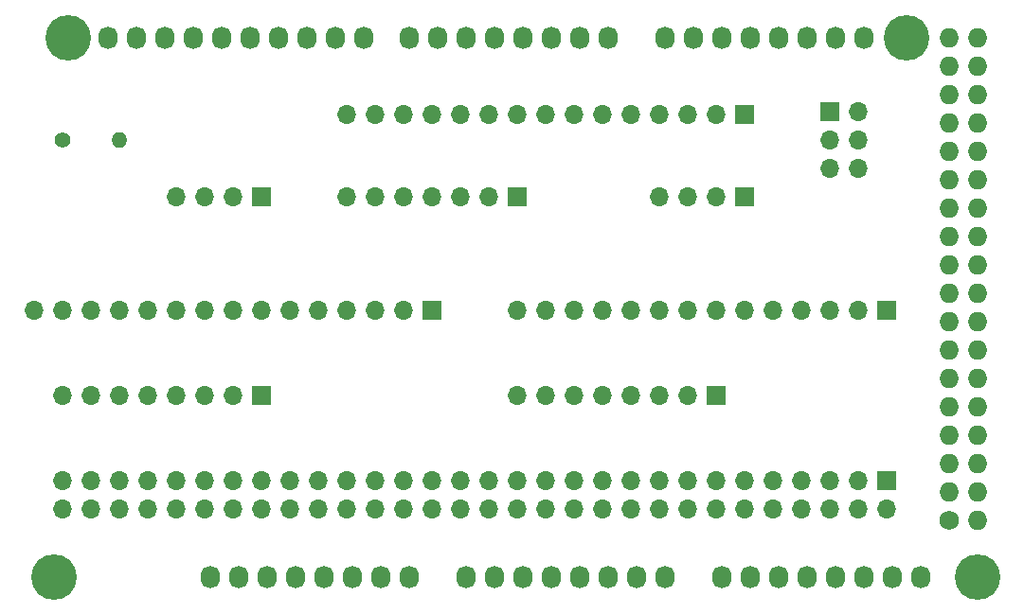
<source format=gbs>
G04 #@! TF.FileFunction,Soldermask,Bot*
%FSLAX46Y46*%
G04 Gerber Fmt 4.6, Leading zero omitted, Abs format (unit mm)*
G04 Created by KiCad (PCBNEW 4.0.5) date 03/05/17 22:01:09*
%MOMM*%
%LPD*%
G01*
G04 APERTURE LIST*
%ADD10C,0.100000*%
%ADD11C,1.727200*%
%ADD12O,1.727200X1.727200*%
%ADD13O,1.727200X2.032000*%
%ADD14C,4.064000*%
%ADD15R,1.700000X1.700000*%
%ADD16O,1.700000X1.700000*%
%ADD17C,1.400000*%
%ADD18O,1.400000X1.400000*%
G04 APERTURE END LIST*
D10*
D11*
X197358000Y-114046000D03*
D12*
X199898000Y-114046000D03*
X197358000Y-111506000D03*
X199898000Y-111506000D03*
X197358000Y-108966000D03*
X199898000Y-108966000D03*
X197358000Y-106426000D03*
X199898000Y-106426000D03*
X197358000Y-103886000D03*
X199898000Y-103886000D03*
X197358000Y-101346000D03*
X199898000Y-101346000D03*
X197358000Y-98806000D03*
X199898000Y-98806000D03*
X197358000Y-96266000D03*
X199898000Y-96266000D03*
X197358000Y-93726000D03*
X199898000Y-93726000D03*
X197358000Y-91186000D03*
X199898000Y-91186000D03*
X197358000Y-88646000D03*
X199898000Y-88646000D03*
X197358000Y-86106000D03*
X199898000Y-86106000D03*
X197358000Y-83566000D03*
X199898000Y-83566000D03*
X197358000Y-81026000D03*
X199898000Y-81026000D03*
X197358000Y-78486000D03*
X199898000Y-78486000D03*
X197358000Y-75946000D03*
X199898000Y-75946000D03*
X197358000Y-73406000D03*
X199898000Y-73406000D03*
X197358000Y-70866000D03*
X199898000Y-70866000D03*
D13*
X131318000Y-119126000D03*
X133858000Y-119126000D03*
X136398000Y-119126000D03*
X138938000Y-119126000D03*
X141478000Y-119126000D03*
X144018000Y-119126000D03*
X146558000Y-119126000D03*
X149098000Y-119126000D03*
X154178000Y-119126000D03*
X156718000Y-119126000D03*
X159258000Y-119126000D03*
X161798000Y-119126000D03*
X164338000Y-119126000D03*
X166878000Y-119126000D03*
X169418000Y-119126000D03*
X171958000Y-119126000D03*
X177038000Y-119126000D03*
X179578000Y-119126000D03*
X182118000Y-119126000D03*
X184658000Y-119126000D03*
X187198000Y-119126000D03*
X189738000Y-119126000D03*
X192278000Y-119126000D03*
X194818000Y-119126000D03*
X122174000Y-70866000D03*
X124714000Y-70866000D03*
X127254000Y-70866000D03*
X129794000Y-70866000D03*
X132334000Y-70866000D03*
X134874000Y-70866000D03*
X137414000Y-70866000D03*
X139954000Y-70866000D03*
X142494000Y-70866000D03*
X145034000Y-70866000D03*
X149098000Y-70866000D03*
X151638000Y-70866000D03*
X154178000Y-70866000D03*
X156718000Y-70866000D03*
X159258000Y-70866000D03*
X161798000Y-70866000D03*
X164338000Y-70866000D03*
X166878000Y-70866000D03*
X171958000Y-70866000D03*
X174498000Y-70866000D03*
X177038000Y-70866000D03*
X179578000Y-70866000D03*
X182118000Y-70866000D03*
X184658000Y-70866000D03*
X187198000Y-70866000D03*
X189738000Y-70866000D03*
D14*
X117348000Y-119126000D03*
X199898000Y-119126000D03*
X118618000Y-70866000D03*
X193548000Y-70866000D03*
D15*
X176530000Y-102870000D03*
D16*
X173990000Y-102870000D03*
X171450000Y-102870000D03*
X168910000Y-102870000D03*
X166370000Y-102870000D03*
X163830000Y-102870000D03*
X161290000Y-102870000D03*
X158750000Y-102870000D03*
D15*
X135890000Y-102870000D03*
D16*
X133350000Y-102870000D03*
X130810000Y-102870000D03*
X128270000Y-102870000D03*
X125730000Y-102870000D03*
X123190000Y-102870000D03*
X120650000Y-102870000D03*
X118110000Y-102870000D03*
D15*
X191770000Y-95250000D03*
D16*
X189230000Y-95250000D03*
X186690000Y-95250000D03*
X184150000Y-95250000D03*
X181610000Y-95250000D03*
X179070000Y-95250000D03*
X176530000Y-95250000D03*
X173990000Y-95250000D03*
X171450000Y-95250000D03*
X168910000Y-95250000D03*
X166370000Y-95250000D03*
X163830000Y-95250000D03*
X161290000Y-95250000D03*
X158750000Y-95250000D03*
D15*
X151130000Y-95250000D03*
D16*
X148590000Y-95250000D03*
X146050000Y-95250000D03*
X143510000Y-95250000D03*
X140970000Y-95250000D03*
X138430000Y-95250000D03*
X135890000Y-95250000D03*
X133350000Y-95250000D03*
X130810000Y-95250000D03*
X128270000Y-95250000D03*
X125730000Y-95250000D03*
X123190000Y-95250000D03*
X120650000Y-95250000D03*
X118110000Y-95250000D03*
X115570000Y-95250000D03*
D15*
X179070000Y-77724000D03*
D16*
X176530000Y-77724000D03*
X173990000Y-77724000D03*
X171450000Y-77724000D03*
X168910000Y-77724000D03*
X166370000Y-77724000D03*
X163830000Y-77724000D03*
X161290000Y-77724000D03*
X158750000Y-77724000D03*
X156210000Y-77724000D03*
X153670000Y-77724000D03*
X151130000Y-77724000D03*
X148590000Y-77724000D03*
X146050000Y-77724000D03*
X143510000Y-77724000D03*
D15*
X179070000Y-85090000D03*
D16*
X176530000Y-85090000D03*
X173990000Y-85090000D03*
X171450000Y-85090000D03*
D15*
X186690000Y-77470000D03*
D16*
X189230000Y-77470000D03*
X186690000Y-80010000D03*
X189230000Y-80010000D03*
X186690000Y-82550000D03*
X189230000Y-82550000D03*
D15*
X191770000Y-110490000D03*
D16*
X191770000Y-113030000D03*
X189230000Y-110490000D03*
X189230000Y-113030000D03*
X186690000Y-110490000D03*
X186690000Y-113030000D03*
X184150000Y-110490000D03*
X184150000Y-113030000D03*
X181610000Y-110490000D03*
X181610000Y-113030000D03*
X179070000Y-110490000D03*
X179070000Y-113030000D03*
X176530000Y-110490000D03*
X176530000Y-113030000D03*
X173990000Y-110490000D03*
X173990000Y-113030000D03*
X171450000Y-110490000D03*
X171450000Y-113030000D03*
X168910000Y-110490000D03*
X168910000Y-113030000D03*
X166370000Y-110490000D03*
X166370000Y-113030000D03*
X163830000Y-110490000D03*
X163830000Y-113030000D03*
X161290000Y-110490000D03*
X161290000Y-113030000D03*
X158750000Y-110490000D03*
X158750000Y-113030000D03*
X156210000Y-110490000D03*
X156210000Y-113030000D03*
X153670000Y-110490000D03*
X153670000Y-113030000D03*
X151130000Y-110490000D03*
X151130000Y-113030000D03*
X148590000Y-110490000D03*
X148590000Y-113030000D03*
X146050000Y-110490000D03*
X146050000Y-113030000D03*
X143510000Y-110490000D03*
X143510000Y-113030000D03*
X140970000Y-110490000D03*
X140970000Y-113030000D03*
X138430000Y-110490000D03*
X138430000Y-113030000D03*
X135890000Y-110490000D03*
X135890000Y-113030000D03*
X133350000Y-110490000D03*
X133350000Y-113030000D03*
X130810000Y-110490000D03*
X130810000Y-113030000D03*
X128270000Y-110490000D03*
X128270000Y-113030000D03*
X125730000Y-110490000D03*
X125730000Y-113030000D03*
X123190000Y-110490000D03*
X123190000Y-113030000D03*
X120650000Y-110490000D03*
X120650000Y-113030000D03*
X118110000Y-110490000D03*
X118110000Y-113030000D03*
D15*
X158750000Y-85090000D03*
D16*
X156210000Y-85090000D03*
X153670000Y-85090000D03*
X151130000Y-85090000D03*
X148590000Y-85090000D03*
X146050000Y-85090000D03*
X143510000Y-85090000D03*
D15*
X135890000Y-85090000D03*
D16*
X133350000Y-85090000D03*
X130810000Y-85090000D03*
X128270000Y-85090000D03*
D17*
X118110000Y-80010000D03*
D18*
X123190000Y-80010000D03*
M02*

</source>
